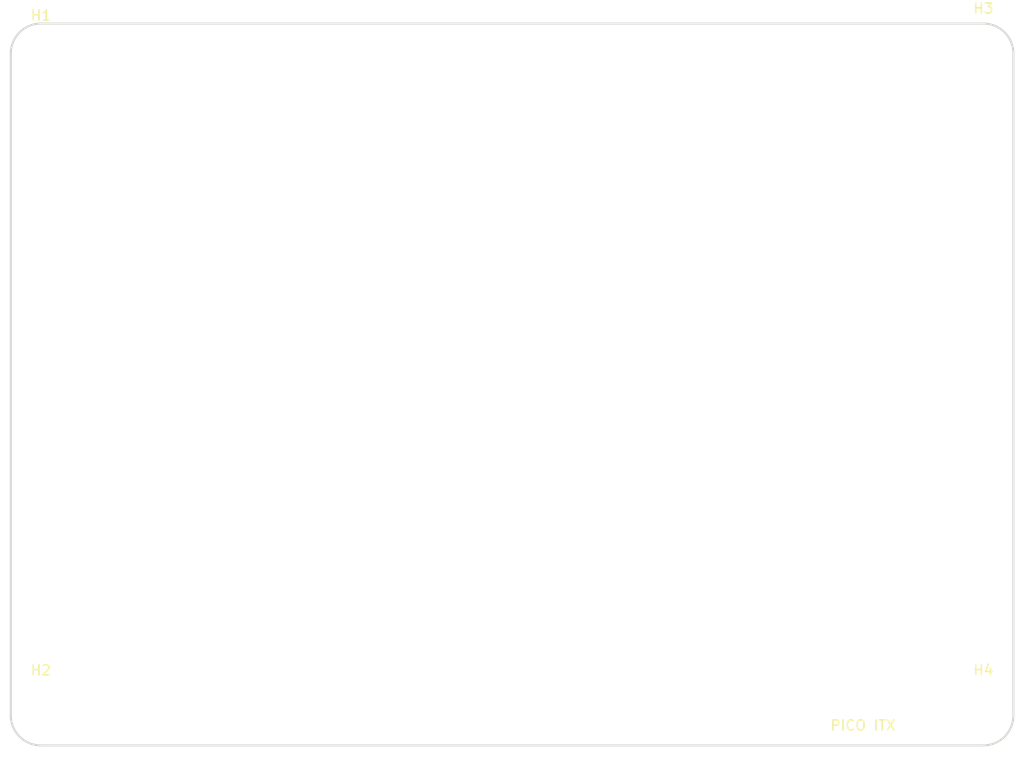
<source format=kicad_pcb>
(kicad_pcb (version 20171130) (host pcbnew 5.1.5-52549c5~84~ubuntu18.04.1)

  (general
    (thickness 1.6)
    (drawings 9)
    (tracks 0)
    (zones 0)
    (modules 4)
    (nets 1)
  )

  (page A4)
  (layers
    (0 F.Cu signal)
    (31 B.Cu signal)
    (32 B.Adhes user)
    (33 F.Adhes user)
    (34 B.Paste user)
    (35 F.Paste user)
    (36 B.SilkS user)
    (37 F.SilkS user)
    (38 B.Mask user)
    (39 F.Mask user)
    (40 Dwgs.User user)
    (41 Cmts.User user)
    (42 Eco1.User user)
    (43 Eco2.User user)
    (44 Edge.Cuts user)
    (45 Margin user)
    (46 B.CrtYd user)
    (47 F.CrtYd user)
    (48 B.Fab user)
    (49 F.Fab user)
  )

  (setup
    (last_trace_width 0.25)
    (trace_clearance 0.2)
    (zone_clearance 0.508)
    (zone_45_only no)
    (trace_min 0.2)
    (via_size 0.8)
    (via_drill 0.4)
    (via_min_size 0.4)
    (via_min_drill 0.3)
    (uvia_size 0.3)
    (uvia_drill 0.1)
    (uvias_allowed no)
    (uvia_min_size 0.2)
    (uvia_min_drill 0.1)
    (edge_width 0.05)
    (segment_width 0.2)
    (pcb_text_width 0.3)
    (pcb_text_size 1.5 1.5)
    (mod_edge_width 0.12)
    (mod_text_size 1 1)
    (mod_text_width 0.15)
    (pad_size 7 7)
    (pad_drill 3.5)
    (pad_to_mask_clearance 0.051)
    (solder_mask_min_width 0.25)
    (aux_axis_origin 0 0)
    (visible_elements FFFFFF7F)
    (pcbplotparams
      (layerselection 0x010fc_ffffffff)
      (usegerberextensions false)
      (usegerberattributes false)
      (usegerberadvancedattributes false)
      (creategerberjobfile false)
      (excludeedgelayer true)
      (linewidth 0.100000)
      (plotframeref false)
      (viasonmask false)
      (mode 1)
      (useauxorigin false)
      (hpglpennumber 1)
      (hpglpenspeed 20)
      (hpglpendiameter 15.000000)
      (psnegative false)
      (psa4output false)
      (plotreference true)
      (plotvalue true)
      (plotinvisibletext false)
      (padsonsilk false)
      (subtractmaskfromsilk false)
      (outputformat 1)
      (mirror false)
      (drillshape 1)
      (scaleselection 1)
      (outputdirectory ""))
  )

  (net 0 "")

  (net_class Default "This is the default net class."
    (clearance 0.2)
    (trace_width 0.25)
    (via_dia 0.8)
    (via_drill 0.4)
    (uvia_dia 0.3)
    (uvia_drill 0.1)
  )

  (module footprint-lib:MountingHole_3.5mm_M3,rpi_like (layer F.Cu) (tedit 5E061CD0) (tstamp 5E067FF5)
    (at 17 17)
    (descr "Mounting Hole 2.7mm, no annular, M2.5")
    (tags "mounting hole 2.7mm no annular m2.5")
    (path /5E061C04)
    (attr virtual)
    (fp_text reference H1 (at 0 -3.81) (layer F.SilkS)
      (effects (font (size 1 1) (thickness 0.15)))
    )
    (fp_text value MOUNT_M3 (at 0 4.5) (layer F.Fab)
      (effects (font (size 1 1) (thickness 0.15)))
    )
    (fp_circle (center 0 0) (end 1.905 0) (layer B.Mask) (width 1.2))
    (fp_circle (center 0 0) (end 1.905 0) (layer F.Mask) (width 1.2))
    (fp_circle (center 0 0) (end 2.95 0) (layer F.CrtYd) (width 0.05))
    (fp_circle (center 0 0) (end 2.7 0) (layer Cmts.User) (width 0.15))
    (fp_text user %R (at 0 -3.81) (layer F.Fab)
      (effects (font (size 1 1) (thickness 0.15)))
    )
    (pad "" np_thru_hole circle (at 0 0) (size 3.5 3.5) (drill 3.5) (layers *.Cu *.Mask)
      (solder_mask_margin 1.5) (clearance 1.5))
  )

  (module footprint-lib:MountingHole_3.5mm_M3,rpi_like (layer F.Cu) (tedit 5CD0070F) (tstamp 5E06800D)
    (at 111 83)
    (descr "Mounting Hole 2.7mm, no annular, M2.5")
    (tags "mounting hole 2.7mm no annular m2.5")
    (path /5E061EF0)
    (attr virtual)
    (fp_text reference H4 (at 0 -4.5) (layer F.SilkS)
      (effects (font (size 1 1) (thickness 0.15)))
    )
    (fp_text value MOUNT_M3 (at 0 4.5) (layer F.Fab)
      (effects (font (size 1 1) (thickness 0.15)))
    )
    (fp_circle (center 0 0) (end 1.905 0) (layer B.Mask) (width 1.2))
    (fp_circle (center 0 0) (end 1.905 0) (layer F.Mask) (width 1.2))
    (fp_circle (center 0 0) (end 2.95 0) (layer F.CrtYd) (width 0.05))
    (fp_circle (center 0 0) (end 2.7 0) (layer Cmts.User) (width 0.15))
    (fp_text user %R (at 0.3 0) (layer F.Fab)
      (effects (font (size 1 1) (thickness 0.15)))
    )
    (pad "" np_thru_hole circle (at 0 0) (size 2.7 2.7) (drill 2.7) (layers *.Cu *.Mask)
      (solder_mask_margin 1.5) (clearance 1.5))
  )

  (module footprint-lib:MountingHole_3.5mm_M3,rpi_like (layer F.Cu) (tedit 5CD0070F) (tstamp 5E068005)
    (at 111 17)
    (descr "Mounting Hole 2.7mm, no annular, M2.5")
    (tags "mounting hole 2.7mm no annular m2.5")
    (path /5E061EE6)
    (attr virtual)
    (fp_text reference H3 (at 0 -4.5) (layer F.SilkS)
      (effects (font (size 1 1) (thickness 0.15)))
    )
    (fp_text value MOUNT_M3 (at 0 4.5) (layer F.Fab)
      (effects (font (size 1 1) (thickness 0.15)))
    )
    (fp_circle (center 0 0) (end 1.905 0) (layer B.Mask) (width 1.2))
    (fp_circle (center 0 0) (end 1.905 0) (layer F.Mask) (width 1.2))
    (fp_circle (center 0 0) (end 2.95 0) (layer F.CrtYd) (width 0.05))
    (fp_circle (center 0 0) (end 2.7 0) (layer Cmts.User) (width 0.15))
    (fp_text user %R (at 0.3 0) (layer F.Fab)
      (effects (font (size 1 1) (thickness 0.15)))
    )
    (pad "" np_thru_hole circle (at 0 0) (size 2.7 2.7) (drill 2.7) (layers *.Cu *.Mask)
      (solder_mask_margin 1.5) (clearance 1.5))
  )

  (module footprint-lib:MountingHole_3.5mm_M3,rpi_like (layer F.Cu) (tedit 5CD0070F) (tstamp 5E067FFD)
    (at 17 83)
    (descr "Mounting Hole 2.7mm, no annular, M2.5")
    (tags "mounting hole 2.7mm no annular m2.5")
    (path /5E061D41)
    (attr virtual)
    (fp_text reference H2 (at 0 -4.5) (layer F.SilkS)
      (effects (font (size 1 1) (thickness 0.15)))
    )
    (fp_text value MOUNT_M3 (at 0 4.5) (layer F.Fab)
      (effects (font (size 1 1) (thickness 0.15)))
    )
    (fp_circle (center 0 0) (end 1.905 0) (layer B.Mask) (width 1.2))
    (fp_circle (center 0 0) (end 1.905 0) (layer F.Mask) (width 1.2))
    (fp_circle (center 0 0) (end 2.95 0) (layer F.CrtYd) (width 0.05))
    (fp_circle (center 0 0) (end 2.7 0) (layer Cmts.User) (width 0.15))
    (fp_text user %R (at 0.3 0) (layer F.Fab)
      (effects (font (size 1 1) (thickness 0.15)))
    )
    (pad "" np_thru_hole circle (at 0 0) (size 2.7 2.7) (drill 2.7) (layers *.Cu *.Mask)
      (solder_mask_margin 1.5) (clearance 1.5))
  )

  (gr_arc (start 111 17) (end 114 17) (angle -90) (layer Edge.Cuts) (width 0.2))
  (gr_arc (start 17 17) (end 17 14) (angle -90) (layer Edge.Cuts) (width 0.2))
  (gr_arc (start 17 83) (end 14 83) (angle -90) (layer Edge.Cuts) (width 0.2))
  (gr_arc (start 111 83) (end 111 86) (angle -90) (layer Edge.Cuts) (width 0.2))
  (gr_text "PICO ITX" (at 99 84) (layer F.SilkS)
    (effects (font (size 1 1) (thickness 0.15)))
  )
  (gr_line (start 114 17) (end 114 83) (layer Edge.Cuts) (width 0.2) (tstamp 5E067F03))
  (gr_line (start 17 86) (end 111 86) (layer Edge.Cuts) (width 0.2) (tstamp 5E067EFE))
  (gr_line (start 17 14) (end 111 14) (layer Edge.Cuts) (width 0.2))
  (gr_line (start 14 17) (end 14 83) (layer Edge.Cuts) (width 0.2))

)

</source>
